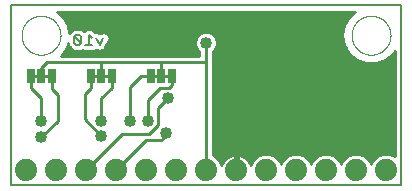
<source format=gbl>
G75*
%MOIN*%
%OFA0B0*%
%FSLAX25Y25*%
%IPPOS*%
%LPD*%
%AMOC8*
5,1,8,0,0,1.08239X$1,22.5*
%
%ADD10C,0.00800*%
%ADD11C,0.00600*%
%ADD12R,0.02500X0.05000*%
%ADD13C,0.00000*%
%ADD14C,0.07400*%
%ADD15C,0.01000*%
%ADD16C,0.04000*%
D10*
X0002250Y0010500D02*
X0132250Y0010500D01*
X0132250Y0070500D01*
X0002250Y0070500D01*
X0002250Y0010500D01*
D11*
X0023882Y0057300D02*
X0025017Y0057300D01*
X0025584Y0057867D01*
X0023315Y0060136D01*
X0023315Y0057867D01*
X0023882Y0057300D01*
X0025584Y0057867D02*
X0025584Y0060136D01*
X0025017Y0060703D01*
X0023882Y0060703D01*
X0023315Y0060136D01*
X0028133Y0060703D02*
X0028133Y0057300D01*
X0029267Y0057300D02*
X0026998Y0057300D01*
X0029267Y0059569D02*
X0028133Y0060703D01*
X0030681Y0059569D02*
X0031816Y0057300D01*
X0032950Y0059569D01*
D12*
X0032250Y0047000D03*
X0028750Y0047000D03*
X0035750Y0047000D03*
X0048750Y0047000D03*
X0052250Y0047000D03*
X0055750Y0047000D03*
X0015750Y0047000D03*
X0012250Y0047000D03*
X0008750Y0047000D03*
D13*
X0005750Y0060500D02*
X0005752Y0060661D01*
X0005758Y0060821D01*
X0005768Y0060982D01*
X0005782Y0061142D01*
X0005800Y0061302D01*
X0005821Y0061461D01*
X0005847Y0061620D01*
X0005877Y0061778D01*
X0005910Y0061935D01*
X0005948Y0062092D01*
X0005989Y0062247D01*
X0006034Y0062401D01*
X0006083Y0062554D01*
X0006136Y0062706D01*
X0006192Y0062857D01*
X0006253Y0063006D01*
X0006316Y0063154D01*
X0006384Y0063300D01*
X0006455Y0063444D01*
X0006529Y0063586D01*
X0006607Y0063727D01*
X0006689Y0063865D01*
X0006774Y0064002D01*
X0006862Y0064136D01*
X0006954Y0064268D01*
X0007049Y0064398D01*
X0007147Y0064526D01*
X0007248Y0064651D01*
X0007352Y0064773D01*
X0007459Y0064893D01*
X0007569Y0065010D01*
X0007682Y0065125D01*
X0007798Y0065236D01*
X0007917Y0065345D01*
X0008038Y0065450D01*
X0008162Y0065553D01*
X0008288Y0065653D01*
X0008416Y0065749D01*
X0008547Y0065842D01*
X0008681Y0065932D01*
X0008816Y0066019D01*
X0008954Y0066102D01*
X0009093Y0066182D01*
X0009235Y0066258D01*
X0009378Y0066331D01*
X0009523Y0066400D01*
X0009670Y0066466D01*
X0009818Y0066528D01*
X0009968Y0066586D01*
X0010119Y0066641D01*
X0010272Y0066692D01*
X0010426Y0066739D01*
X0010581Y0066782D01*
X0010737Y0066821D01*
X0010893Y0066857D01*
X0011051Y0066888D01*
X0011209Y0066916D01*
X0011368Y0066940D01*
X0011528Y0066960D01*
X0011688Y0066976D01*
X0011848Y0066988D01*
X0012009Y0066996D01*
X0012170Y0067000D01*
X0012330Y0067000D01*
X0012491Y0066996D01*
X0012652Y0066988D01*
X0012812Y0066976D01*
X0012972Y0066960D01*
X0013132Y0066940D01*
X0013291Y0066916D01*
X0013449Y0066888D01*
X0013607Y0066857D01*
X0013763Y0066821D01*
X0013919Y0066782D01*
X0014074Y0066739D01*
X0014228Y0066692D01*
X0014381Y0066641D01*
X0014532Y0066586D01*
X0014682Y0066528D01*
X0014830Y0066466D01*
X0014977Y0066400D01*
X0015122Y0066331D01*
X0015265Y0066258D01*
X0015407Y0066182D01*
X0015546Y0066102D01*
X0015684Y0066019D01*
X0015819Y0065932D01*
X0015953Y0065842D01*
X0016084Y0065749D01*
X0016212Y0065653D01*
X0016338Y0065553D01*
X0016462Y0065450D01*
X0016583Y0065345D01*
X0016702Y0065236D01*
X0016818Y0065125D01*
X0016931Y0065010D01*
X0017041Y0064893D01*
X0017148Y0064773D01*
X0017252Y0064651D01*
X0017353Y0064526D01*
X0017451Y0064398D01*
X0017546Y0064268D01*
X0017638Y0064136D01*
X0017726Y0064002D01*
X0017811Y0063865D01*
X0017893Y0063727D01*
X0017971Y0063586D01*
X0018045Y0063444D01*
X0018116Y0063300D01*
X0018184Y0063154D01*
X0018247Y0063006D01*
X0018308Y0062857D01*
X0018364Y0062706D01*
X0018417Y0062554D01*
X0018466Y0062401D01*
X0018511Y0062247D01*
X0018552Y0062092D01*
X0018590Y0061935D01*
X0018623Y0061778D01*
X0018653Y0061620D01*
X0018679Y0061461D01*
X0018700Y0061302D01*
X0018718Y0061142D01*
X0018732Y0060982D01*
X0018742Y0060821D01*
X0018748Y0060661D01*
X0018750Y0060500D01*
X0018748Y0060339D01*
X0018742Y0060179D01*
X0018732Y0060018D01*
X0018718Y0059858D01*
X0018700Y0059698D01*
X0018679Y0059539D01*
X0018653Y0059380D01*
X0018623Y0059222D01*
X0018590Y0059065D01*
X0018552Y0058908D01*
X0018511Y0058753D01*
X0018466Y0058599D01*
X0018417Y0058446D01*
X0018364Y0058294D01*
X0018308Y0058143D01*
X0018247Y0057994D01*
X0018184Y0057846D01*
X0018116Y0057700D01*
X0018045Y0057556D01*
X0017971Y0057414D01*
X0017893Y0057273D01*
X0017811Y0057135D01*
X0017726Y0056998D01*
X0017638Y0056864D01*
X0017546Y0056732D01*
X0017451Y0056602D01*
X0017353Y0056474D01*
X0017252Y0056349D01*
X0017148Y0056227D01*
X0017041Y0056107D01*
X0016931Y0055990D01*
X0016818Y0055875D01*
X0016702Y0055764D01*
X0016583Y0055655D01*
X0016462Y0055550D01*
X0016338Y0055447D01*
X0016212Y0055347D01*
X0016084Y0055251D01*
X0015953Y0055158D01*
X0015819Y0055068D01*
X0015684Y0054981D01*
X0015546Y0054898D01*
X0015407Y0054818D01*
X0015265Y0054742D01*
X0015122Y0054669D01*
X0014977Y0054600D01*
X0014830Y0054534D01*
X0014682Y0054472D01*
X0014532Y0054414D01*
X0014381Y0054359D01*
X0014228Y0054308D01*
X0014074Y0054261D01*
X0013919Y0054218D01*
X0013763Y0054179D01*
X0013607Y0054143D01*
X0013449Y0054112D01*
X0013291Y0054084D01*
X0013132Y0054060D01*
X0012972Y0054040D01*
X0012812Y0054024D01*
X0012652Y0054012D01*
X0012491Y0054004D01*
X0012330Y0054000D01*
X0012170Y0054000D01*
X0012009Y0054004D01*
X0011848Y0054012D01*
X0011688Y0054024D01*
X0011528Y0054040D01*
X0011368Y0054060D01*
X0011209Y0054084D01*
X0011051Y0054112D01*
X0010893Y0054143D01*
X0010737Y0054179D01*
X0010581Y0054218D01*
X0010426Y0054261D01*
X0010272Y0054308D01*
X0010119Y0054359D01*
X0009968Y0054414D01*
X0009818Y0054472D01*
X0009670Y0054534D01*
X0009523Y0054600D01*
X0009378Y0054669D01*
X0009235Y0054742D01*
X0009093Y0054818D01*
X0008954Y0054898D01*
X0008816Y0054981D01*
X0008681Y0055068D01*
X0008547Y0055158D01*
X0008416Y0055251D01*
X0008288Y0055347D01*
X0008162Y0055447D01*
X0008038Y0055550D01*
X0007917Y0055655D01*
X0007798Y0055764D01*
X0007682Y0055875D01*
X0007569Y0055990D01*
X0007459Y0056107D01*
X0007352Y0056227D01*
X0007248Y0056349D01*
X0007147Y0056474D01*
X0007049Y0056602D01*
X0006954Y0056732D01*
X0006862Y0056864D01*
X0006774Y0056998D01*
X0006689Y0057135D01*
X0006607Y0057273D01*
X0006529Y0057414D01*
X0006455Y0057556D01*
X0006384Y0057700D01*
X0006316Y0057846D01*
X0006253Y0057994D01*
X0006192Y0058143D01*
X0006136Y0058294D01*
X0006083Y0058446D01*
X0006034Y0058599D01*
X0005989Y0058753D01*
X0005948Y0058908D01*
X0005910Y0059065D01*
X0005877Y0059222D01*
X0005847Y0059380D01*
X0005821Y0059539D01*
X0005800Y0059698D01*
X0005782Y0059858D01*
X0005768Y0060018D01*
X0005758Y0060179D01*
X0005752Y0060339D01*
X0005750Y0060500D01*
X0115750Y0060500D02*
X0115752Y0060661D01*
X0115758Y0060821D01*
X0115768Y0060982D01*
X0115782Y0061142D01*
X0115800Y0061302D01*
X0115821Y0061461D01*
X0115847Y0061620D01*
X0115877Y0061778D01*
X0115910Y0061935D01*
X0115948Y0062092D01*
X0115989Y0062247D01*
X0116034Y0062401D01*
X0116083Y0062554D01*
X0116136Y0062706D01*
X0116192Y0062857D01*
X0116253Y0063006D01*
X0116316Y0063154D01*
X0116384Y0063300D01*
X0116455Y0063444D01*
X0116529Y0063586D01*
X0116607Y0063727D01*
X0116689Y0063865D01*
X0116774Y0064002D01*
X0116862Y0064136D01*
X0116954Y0064268D01*
X0117049Y0064398D01*
X0117147Y0064526D01*
X0117248Y0064651D01*
X0117352Y0064773D01*
X0117459Y0064893D01*
X0117569Y0065010D01*
X0117682Y0065125D01*
X0117798Y0065236D01*
X0117917Y0065345D01*
X0118038Y0065450D01*
X0118162Y0065553D01*
X0118288Y0065653D01*
X0118416Y0065749D01*
X0118547Y0065842D01*
X0118681Y0065932D01*
X0118816Y0066019D01*
X0118954Y0066102D01*
X0119093Y0066182D01*
X0119235Y0066258D01*
X0119378Y0066331D01*
X0119523Y0066400D01*
X0119670Y0066466D01*
X0119818Y0066528D01*
X0119968Y0066586D01*
X0120119Y0066641D01*
X0120272Y0066692D01*
X0120426Y0066739D01*
X0120581Y0066782D01*
X0120737Y0066821D01*
X0120893Y0066857D01*
X0121051Y0066888D01*
X0121209Y0066916D01*
X0121368Y0066940D01*
X0121528Y0066960D01*
X0121688Y0066976D01*
X0121848Y0066988D01*
X0122009Y0066996D01*
X0122170Y0067000D01*
X0122330Y0067000D01*
X0122491Y0066996D01*
X0122652Y0066988D01*
X0122812Y0066976D01*
X0122972Y0066960D01*
X0123132Y0066940D01*
X0123291Y0066916D01*
X0123449Y0066888D01*
X0123607Y0066857D01*
X0123763Y0066821D01*
X0123919Y0066782D01*
X0124074Y0066739D01*
X0124228Y0066692D01*
X0124381Y0066641D01*
X0124532Y0066586D01*
X0124682Y0066528D01*
X0124830Y0066466D01*
X0124977Y0066400D01*
X0125122Y0066331D01*
X0125265Y0066258D01*
X0125407Y0066182D01*
X0125546Y0066102D01*
X0125684Y0066019D01*
X0125819Y0065932D01*
X0125953Y0065842D01*
X0126084Y0065749D01*
X0126212Y0065653D01*
X0126338Y0065553D01*
X0126462Y0065450D01*
X0126583Y0065345D01*
X0126702Y0065236D01*
X0126818Y0065125D01*
X0126931Y0065010D01*
X0127041Y0064893D01*
X0127148Y0064773D01*
X0127252Y0064651D01*
X0127353Y0064526D01*
X0127451Y0064398D01*
X0127546Y0064268D01*
X0127638Y0064136D01*
X0127726Y0064002D01*
X0127811Y0063865D01*
X0127893Y0063727D01*
X0127971Y0063586D01*
X0128045Y0063444D01*
X0128116Y0063300D01*
X0128184Y0063154D01*
X0128247Y0063006D01*
X0128308Y0062857D01*
X0128364Y0062706D01*
X0128417Y0062554D01*
X0128466Y0062401D01*
X0128511Y0062247D01*
X0128552Y0062092D01*
X0128590Y0061935D01*
X0128623Y0061778D01*
X0128653Y0061620D01*
X0128679Y0061461D01*
X0128700Y0061302D01*
X0128718Y0061142D01*
X0128732Y0060982D01*
X0128742Y0060821D01*
X0128748Y0060661D01*
X0128750Y0060500D01*
X0128748Y0060339D01*
X0128742Y0060179D01*
X0128732Y0060018D01*
X0128718Y0059858D01*
X0128700Y0059698D01*
X0128679Y0059539D01*
X0128653Y0059380D01*
X0128623Y0059222D01*
X0128590Y0059065D01*
X0128552Y0058908D01*
X0128511Y0058753D01*
X0128466Y0058599D01*
X0128417Y0058446D01*
X0128364Y0058294D01*
X0128308Y0058143D01*
X0128247Y0057994D01*
X0128184Y0057846D01*
X0128116Y0057700D01*
X0128045Y0057556D01*
X0127971Y0057414D01*
X0127893Y0057273D01*
X0127811Y0057135D01*
X0127726Y0056998D01*
X0127638Y0056864D01*
X0127546Y0056732D01*
X0127451Y0056602D01*
X0127353Y0056474D01*
X0127252Y0056349D01*
X0127148Y0056227D01*
X0127041Y0056107D01*
X0126931Y0055990D01*
X0126818Y0055875D01*
X0126702Y0055764D01*
X0126583Y0055655D01*
X0126462Y0055550D01*
X0126338Y0055447D01*
X0126212Y0055347D01*
X0126084Y0055251D01*
X0125953Y0055158D01*
X0125819Y0055068D01*
X0125684Y0054981D01*
X0125546Y0054898D01*
X0125407Y0054818D01*
X0125265Y0054742D01*
X0125122Y0054669D01*
X0124977Y0054600D01*
X0124830Y0054534D01*
X0124682Y0054472D01*
X0124532Y0054414D01*
X0124381Y0054359D01*
X0124228Y0054308D01*
X0124074Y0054261D01*
X0123919Y0054218D01*
X0123763Y0054179D01*
X0123607Y0054143D01*
X0123449Y0054112D01*
X0123291Y0054084D01*
X0123132Y0054060D01*
X0122972Y0054040D01*
X0122812Y0054024D01*
X0122652Y0054012D01*
X0122491Y0054004D01*
X0122330Y0054000D01*
X0122170Y0054000D01*
X0122009Y0054004D01*
X0121848Y0054012D01*
X0121688Y0054024D01*
X0121528Y0054040D01*
X0121368Y0054060D01*
X0121209Y0054084D01*
X0121051Y0054112D01*
X0120893Y0054143D01*
X0120737Y0054179D01*
X0120581Y0054218D01*
X0120426Y0054261D01*
X0120272Y0054308D01*
X0120119Y0054359D01*
X0119968Y0054414D01*
X0119818Y0054472D01*
X0119670Y0054534D01*
X0119523Y0054600D01*
X0119378Y0054669D01*
X0119235Y0054742D01*
X0119093Y0054818D01*
X0118954Y0054898D01*
X0118816Y0054981D01*
X0118681Y0055068D01*
X0118547Y0055158D01*
X0118416Y0055251D01*
X0118288Y0055347D01*
X0118162Y0055447D01*
X0118038Y0055550D01*
X0117917Y0055655D01*
X0117798Y0055764D01*
X0117682Y0055875D01*
X0117569Y0055990D01*
X0117459Y0056107D01*
X0117352Y0056227D01*
X0117248Y0056349D01*
X0117147Y0056474D01*
X0117049Y0056602D01*
X0116954Y0056732D01*
X0116862Y0056864D01*
X0116774Y0056998D01*
X0116689Y0057135D01*
X0116607Y0057273D01*
X0116529Y0057414D01*
X0116455Y0057556D01*
X0116384Y0057700D01*
X0116316Y0057846D01*
X0116253Y0057994D01*
X0116192Y0058143D01*
X0116136Y0058294D01*
X0116083Y0058446D01*
X0116034Y0058599D01*
X0115989Y0058753D01*
X0115948Y0058908D01*
X0115910Y0059065D01*
X0115877Y0059222D01*
X0115847Y0059380D01*
X0115821Y0059539D01*
X0115800Y0059698D01*
X0115782Y0059858D01*
X0115768Y0060018D01*
X0115758Y0060179D01*
X0115752Y0060339D01*
X0115750Y0060500D01*
D14*
X0117250Y0015500D03*
X0107250Y0015500D03*
X0097250Y0015500D03*
X0087250Y0015500D03*
X0077250Y0015500D03*
X0067250Y0015500D03*
X0057250Y0015500D03*
X0047250Y0015500D03*
X0037250Y0015500D03*
X0027250Y0015500D03*
X0017250Y0015500D03*
X0007250Y0015500D03*
X0127250Y0015500D03*
D15*
X0122250Y0017540D02*
X0121828Y0018559D01*
X0120309Y0020078D01*
X0118324Y0020900D01*
X0116176Y0020900D01*
X0114191Y0020078D01*
X0112672Y0018559D01*
X0112250Y0017540D01*
X0111828Y0018559D01*
X0110309Y0020078D01*
X0108324Y0020900D01*
X0106176Y0020900D01*
X0104191Y0020078D01*
X0102672Y0018559D01*
X0102250Y0017540D01*
X0101828Y0018559D01*
X0100309Y0020078D01*
X0098324Y0020900D01*
X0096176Y0020900D01*
X0094191Y0020078D01*
X0092672Y0018559D01*
X0092250Y0017540D01*
X0091828Y0018559D01*
X0090309Y0020078D01*
X0088324Y0020900D01*
X0086176Y0020900D01*
X0084191Y0020078D01*
X0082672Y0018559D01*
X0082141Y0017276D01*
X0082069Y0017496D01*
X0081697Y0018225D01*
X0081216Y0018888D01*
X0080638Y0019466D01*
X0079975Y0019947D01*
X0079246Y0020319D01*
X0078468Y0020572D01*
X0077750Y0020686D01*
X0077750Y0016000D01*
X0076750Y0016000D01*
X0076750Y0020686D01*
X0076032Y0020572D01*
X0075254Y0020319D01*
X0074525Y0019947D01*
X0073862Y0019466D01*
X0073284Y0018888D01*
X0072803Y0018225D01*
X0072431Y0017496D01*
X0072359Y0017276D01*
X0071828Y0018559D01*
X0070309Y0020078D01*
X0069450Y0020434D01*
X0069450Y0054967D01*
X0070387Y0055904D01*
X0070950Y0057264D01*
X0070950Y0058736D01*
X0070387Y0060096D01*
X0069346Y0061137D01*
X0067986Y0061700D01*
X0066514Y0061700D01*
X0065154Y0061137D01*
X0064113Y0060096D01*
X0063550Y0058736D01*
X0063550Y0057264D01*
X0064113Y0055904D01*
X0065050Y0054967D01*
X0065050Y0053700D01*
X0018770Y0053700D01*
X0019562Y0054365D01*
X0021219Y0057235D01*
X0021219Y0057235D01*
X0021315Y0057778D01*
X0021315Y0057039D01*
X0021882Y0056472D01*
X0023054Y0055300D01*
X0025845Y0055300D01*
X0026007Y0055462D01*
X0026170Y0055300D01*
X0030095Y0055300D01*
X0030444Y0055649D01*
X0031048Y0055448D01*
X0031662Y0055141D01*
X0031816Y0055192D01*
X0031969Y0055141D01*
X0032583Y0055448D01*
X0033234Y0055665D01*
X0033306Y0055809D01*
X0033451Y0055882D01*
X0033668Y0056533D01*
X0035109Y0059415D01*
X0034585Y0060987D01*
X0033103Y0061728D01*
X0031816Y0061299D01*
X0030528Y0061728D01*
X0030133Y0061531D01*
X0030133Y0061531D01*
X0028961Y0062703D01*
X0027304Y0062703D01*
X0026575Y0061973D01*
X0025845Y0062703D01*
X0023054Y0062703D01*
X0022487Y0062136D01*
X0022487Y0062136D01*
X0021653Y0061303D01*
X0021219Y0063765D01*
X0019562Y0066635D01*
X0019562Y0066635D01*
X0017459Y0068400D01*
X0117041Y0068400D01*
X0114938Y0066635D01*
X0113281Y0063765D01*
X0112705Y0060500D01*
X0112705Y0060500D01*
X0113281Y0057235D01*
X0114938Y0054365D01*
X0114938Y0054365D01*
X0117477Y0052234D01*
X0117477Y0052234D01*
X0120593Y0051100D01*
X0123907Y0051100D01*
X0127022Y0052234D01*
X0127023Y0052234D01*
X0129562Y0054365D01*
X0130150Y0055383D01*
X0130150Y0020144D01*
X0128324Y0020900D01*
X0126176Y0020900D01*
X0124191Y0020078D01*
X0122672Y0018559D01*
X0122250Y0017540D01*
X0121857Y0018488D02*
X0122643Y0018488D01*
X0123600Y0019487D02*
X0120900Y0019487D01*
X0119326Y0020485D02*
X0125174Y0020485D01*
X0129326Y0020485D02*
X0130150Y0020485D01*
X0130150Y0021484D02*
X0069450Y0021484D01*
X0069450Y0022482D02*
X0130150Y0022482D01*
X0130150Y0023481D02*
X0069450Y0023481D01*
X0069450Y0024479D02*
X0130150Y0024479D01*
X0130150Y0025478D02*
X0069450Y0025478D01*
X0069450Y0026476D02*
X0130150Y0026476D01*
X0130150Y0027475D02*
X0069450Y0027475D01*
X0069450Y0028473D02*
X0130150Y0028473D01*
X0130150Y0029472D02*
X0069450Y0029472D01*
X0069450Y0030470D02*
X0130150Y0030470D01*
X0130150Y0031469D02*
X0069450Y0031469D01*
X0069450Y0032467D02*
X0130150Y0032467D01*
X0130150Y0033466D02*
X0069450Y0033466D01*
X0069450Y0034464D02*
X0130150Y0034464D01*
X0130150Y0035463D02*
X0069450Y0035463D01*
X0069450Y0036461D02*
X0130150Y0036461D01*
X0130150Y0037460D02*
X0069450Y0037460D01*
X0069450Y0038458D02*
X0130150Y0038458D01*
X0130150Y0039457D02*
X0069450Y0039457D01*
X0069450Y0040455D02*
X0130150Y0040455D01*
X0130150Y0041454D02*
X0069450Y0041454D01*
X0069450Y0042452D02*
X0130150Y0042452D01*
X0130150Y0043451D02*
X0069450Y0043451D01*
X0069450Y0044449D02*
X0130150Y0044449D01*
X0130150Y0045448D02*
X0069450Y0045448D01*
X0069450Y0046446D02*
X0130150Y0046446D01*
X0130150Y0047445D02*
X0069450Y0047445D01*
X0069450Y0048443D02*
X0130150Y0048443D01*
X0130150Y0049442D02*
X0069450Y0049442D01*
X0069450Y0050440D02*
X0130150Y0050440D01*
X0130150Y0051439D02*
X0124839Y0051439D01*
X0127265Y0052437D02*
X0130150Y0052437D01*
X0130150Y0053436D02*
X0128455Y0053436D01*
X0129562Y0054365D02*
X0129562Y0054365D01*
X0129562Y0054365D01*
X0129602Y0054434D02*
X0130150Y0054434D01*
X0119661Y0051439D02*
X0069450Y0051439D01*
X0069450Y0052437D02*
X0117235Y0052437D01*
X0116045Y0053436D02*
X0069450Y0053436D01*
X0069450Y0054434D02*
X0114898Y0054434D01*
X0114321Y0055433D02*
X0069916Y0055433D01*
X0070605Y0056432D02*
X0113745Y0056432D01*
X0113281Y0057235D02*
X0113281Y0057235D01*
X0113246Y0057430D02*
X0070950Y0057430D01*
X0070950Y0058429D02*
X0113070Y0058429D01*
X0112894Y0059427D02*
X0070664Y0059427D01*
X0070057Y0060426D02*
X0112718Y0060426D01*
X0112868Y0061424D02*
X0068652Y0061424D01*
X0065848Y0061424D02*
X0033711Y0061424D01*
X0034773Y0060426D02*
X0064443Y0060426D01*
X0063836Y0059427D02*
X0035105Y0059427D01*
X0034616Y0058429D02*
X0063550Y0058429D01*
X0063550Y0057430D02*
X0034117Y0057430D01*
X0033634Y0056432D02*
X0063895Y0056432D01*
X0064584Y0055433D02*
X0032554Y0055433D01*
X0031078Y0055433D02*
X0030228Y0055433D01*
X0026037Y0055433D02*
X0025978Y0055433D01*
X0022921Y0055433D02*
X0020179Y0055433D01*
X0020755Y0056432D02*
X0021922Y0056432D01*
X0021315Y0057430D02*
X0021254Y0057430D01*
X0019602Y0054434D02*
X0065050Y0054434D01*
X0067250Y0051500D02*
X0067250Y0015500D01*
X0072271Y0017490D02*
X0072429Y0017490D01*
X0072993Y0018488D02*
X0071857Y0018488D01*
X0070900Y0019487D02*
X0073890Y0019487D01*
X0075765Y0020485D02*
X0069450Y0020485D01*
X0076750Y0020485D02*
X0077750Y0020485D01*
X0078735Y0020485D02*
X0085174Y0020485D01*
X0083600Y0019487D02*
X0080610Y0019487D01*
X0081507Y0018488D02*
X0082643Y0018488D01*
X0082229Y0017490D02*
X0082071Y0017490D01*
X0077750Y0017490D02*
X0076750Y0017490D01*
X0076750Y0018488D02*
X0077750Y0018488D01*
X0077750Y0019487D02*
X0076750Y0019487D01*
X0076750Y0016491D02*
X0077750Y0016491D01*
X0089326Y0020485D02*
X0095174Y0020485D01*
X0093600Y0019487D02*
X0090900Y0019487D01*
X0091857Y0018488D02*
X0092643Y0018488D01*
X0099326Y0020485D02*
X0105174Y0020485D01*
X0103600Y0019487D02*
X0100900Y0019487D01*
X0101857Y0018488D02*
X0102643Y0018488D01*
X0109326Y0020485D02*
X0115174Y0020485D01*
X0113600Y0019487D02*
X0110900Y0019487D01*
X0111857Y0018488D02*
X0112643Y0018488D01*
X0055750Y0043750D02*
X0055000Y0043000D01*
X0051750Y0043000D01*
X0047750Y0039000D01*
X0047750Y0032000D01*
X0051250Y0030500D02*
X0051250Y0036150D01*
X0054616Y0039516D01*
X0055750Y0043750D02*
X0055750Y0047000D01*
X0055250Y0047000D02*
X0052750Y0047000D01*
X0052250Y0047000D02*
X0052250Y0051500D01*
X0067250Y0051500D01*
X0067250Y0058000D01*
X0052250Y0051500D02*
X0032250Y0051500D01*
X0032250Y0047000D01*
X0031750Y0047000D02*
X0029250Y0047000D01*
X0028750Y0047000D02*
X0028750Y0043000D01*
X0026750Y0041000D01*
X0026750Y0032500D01*
X0032250Y0027000D01*
X0039250Y0027500D02*
X0027250Y0015500D01*
X0037250Y0015500D02*
X0047250Y0025500D01*
X0052250Y0025500D01*
X0053750Y0027000D01*
X0053750Y0028000D01*
X0051250Y0030500D02*
X0048250Y0027500D01*
X0039250Y0027500D01*
X0041750Y0032000D02*
X0041750Y0043250D01*
X0045500Y0047000D01*
X0048750Y0047000D01*
X0049250Y0047000D02*
X0051750Y0047000D01*
X0035750Y0047000D02*
X0035750Y0043000D01*
X0032250Y0039500D01*
X0032250Y0032000D01*
X0017750Y0032000D02*
X0012250Y0026500D01*
X0012250Y0032000D02*
X0012250Y0039500D01*
X0008750Y0043000D01*
X0008750Y0047000D01*
X0009250Y0047000D02*
X0011750Y0047000D01*
X0012250Y0047000D02*
X0012250Y0049500D01*
X0014250Y0051500D01*
X0032250Y0051500D01*
X0032750Y0047000D02*
X0035250Y0047000D01*
X0019562Y0054365D02*
X0019562Y0054365D01*
X0019562Y0054365D01*
X0021632Y0061424D02*
X0021775Y0061424D01*
X0021456Y0062423D02*
X0022774Y0062423D01*
X0021280Y0063421D02*
X0113220Y0063421D01*
X0113281Y0063765D02*
X0113281Y0063765D01*
X0113659Y0064420D02*
X0020841Y0064420D01*
X0021219Y0063765D02*
X0021219Y0063765D01*
X0020265Y0065418D02*
X0114235Y0065418D01*
X0114812Y0066417D02*
X0019688Y0066417D01*
X0018633Y0067415D02*
X0115867Y0067415D01*
X0114938Y0066635D02*
X0114938Y0066635D01*
X0114938Y0066635D01*
X0113044Y0062423D02*
X0029241Y0062423D01*
X0027024Y0062423D02*
X0026125Y0062423D01*
X0031439Y0061424D02*
X0032192Y0061424D01*
X0015750Y0047000D02*
X0015750Y0042500D01*
X0017750Y0040500D01*
X0017750Y0032000D01*
X0015250Y0047000D02*
X0012750Y0047000D01*
D16*
X0012250Y0032000D03*
X0012250Y0026500D03*
X0032250Y0027000D03*
X0032250Y0032000D03*
X0041750Y0032000D03*
X0047750Y0032000D03*
X0053750Y0028000D03*
X0054616Y0039516D03*
X0048250Y0058000D03*
X0067250Y0058000D03*
X0094750Y0058000D03*
M02*

</source>
